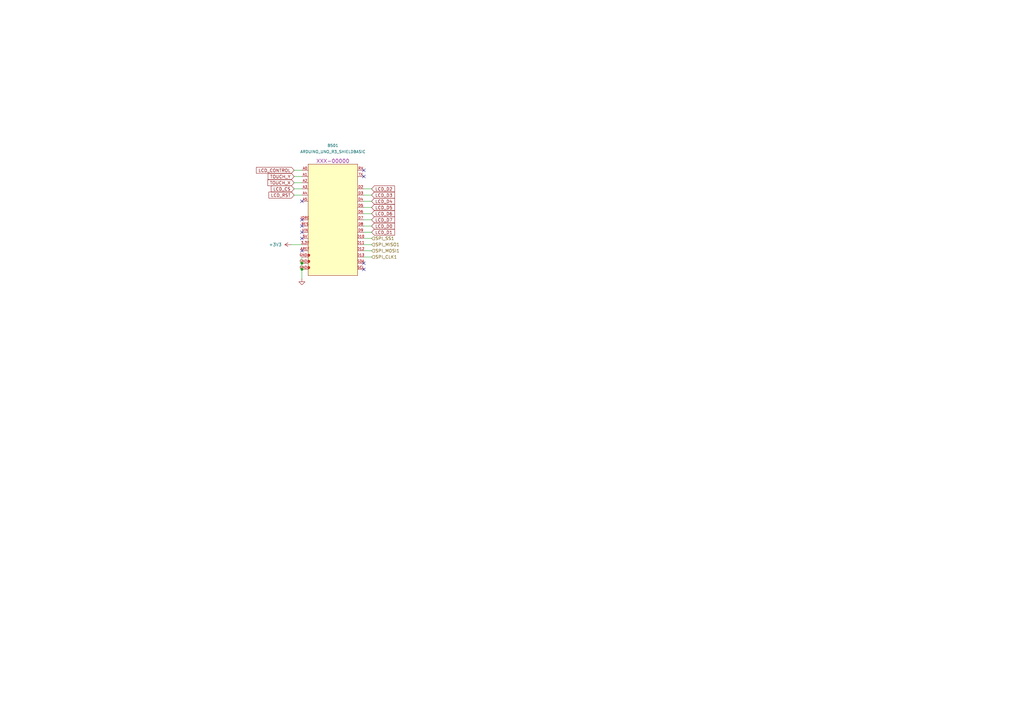
<source format=kicad_sch>
(kicad_sch (version 20211123) (generator eeschema)
  (paper "A3")
  (lib_symbols
    (symbol "SparkFun-Boards:ARDUINO_UNO_R3_SHIELDBASIC" (pin_names (offset 1.016) hide)
      (property "Reference" "B" (at -10.16 21.59 0))
      (property "Value" "ARDUINO_UNO_R3_SHIELDBASIC" (at -10.16 -27.94 0))
      (property "Field4" "XXX-00000" (at 0 25.4 0))
      (symbol "ARDUINO_UNO_R3_SHIELDBASIC_1_1"
        (polyline (pts (xy -10.16 -25.4) (xy -10.16 20.32) (xy 10.16 20.32) (xy 10.16 -25.4) (xy -10.16 -25.4)) (fill (type background)))
        (pin bidirectional line (at -12.7 -12.7 0) (length 2.54) (name "3.3V") (number "3.3V"))
        (pin bidirectional line (at -12.7 -10.16 0) (length 2.54) (name "5V") (number "5V"))
        (pin bidirectional line (at -12.7 17.78 0) (length 2.54) (name "A0") (number "A0"))
        (pin bidirectional line (at -12.7 15.24 0) (length 2.54) (name "A1") (number "A1"))
        (pin bidirectional line (at -12.7 12.7 0) (length 2.54) (name "A2") (number "A2"))
        (pin bidirectional line (at -12.7 10.16 0) (length 2.54) (name "A3") (number "A3"))
        (pin bidirectional line (at -12.7 7.62 0) (length 2.54) (name "A4") (number "A4"))
        (pin bidirectional line (at -12.7 5.08 0) (length 2.54) (name "A5") (number "A5"))
        (pin bidirectional line (at -12.7 -15.24 0) (length 2.54) (name "AREF") (number "AREF"))
        (pin bidirectional line (at 12.7 -10.16 180) (length 2.54) (name "*D10") (number "D10"))
        (pin bidirectional line (at 12.7 -12.7 180) (length 2.54) (name "*D11") (number "D11"))
        (pin bidirectional line (at 12.7 -15.24 180) (length 2.54) (name "D12") (number "D12"))
        (pin bidirectional line (at 12.7 -17.78 180) (length 2.54) (name "D13") (number "D13"))
        (pin bidirectional line (at 12.7 10.16 180) (length 2.54) (name "D2") (number "D2"))
        (pin bidirectional line (at 12.7 7.62 180) (length 2.54) (name "*D3") (number "D3"))
        (pin bidirectional line (at 12.7 5.08 180) (length 2.54) (name "D4") (number "D4"))
        (pin bidirectional line (at 12.7 2.54 180) (length 2.54) (name "*D5") (number "D5"))
        (pin bidirectional line (at 12.7 0 180) (length 2.54) (name "*D6") (number "D6"))
        (pin bidirectional line (at 12.7 -2.54 180) (length 2.54) (name "D7") (number "D7"))
        (pin bidirectional line (at 12.7 -5.08 180) (length 2.54) (name "D8") (number "D8"))
        (pin bidirectional line (at 12.7 -7.62 180) (length 2.54) (name "*D9") (number "D9"))
        (pin bidirectional line (at -12.7 -22.86 0) (length 2.54) (name "GND") (number "GND@"))
        (pin bidirectional line (at -12.7 -20.32 0) (length 2.54) (name "GND") (number "GND@"))
        (pin bidirectional line (at -12.7 -17.78 0) (length 2.54) (name "GND") (number "GND@"))
        (pin bidirectional line (at -12.7 -2.54 0) (length 2.54) (name "IOREF") (number "IORE"))
        (pin bidirectional line (at -12.7 -5.08 0) (length 2.54) (name "RES") (number "RES"))
        (pin bidirectional line (at 12.7 17.78 180) (length 2.54) (name "RX") (number "RX"))
        (pin bidirectional line (at 12.7 -22.86 180) (length 2.54) (name "SCL") (number "SCL"))
        (pin bidirectional line (at 12.7 -20.32 180) (length 2.54) (name "SDA") (number "SDA"))
        (pin bidirectional line (at 12.7 15.24 180) (length 2.54) (name "TX") (number "TX"))
        (pin bidirectional line (at -12.7 -7.62 0) (length 2.54) (name "VIN") (number "VIN"))
      )
    )
    (symbol "power:+3.3V" (power) (pin_names (offset 0))
      (property "Value" "+3.3V" (at 0 3.556 0))
      (symbol "+3.3V_0_1"
        (polyline (pts (xy -0.762 1.27) (xy 0 2.54)))
        (polyline (pts (xy 0 0) (xy 0 2.54)))
        (polyline (pts (xy 0 2.54) (xy 0.762 1.27)))
      )
      (symbol "+3.3V_1_1"
        (pin power_in line (at 0 0 90) (length 0) hide (name "+3V3") (number "1"))
      )
    )
    (symbol "power:GND" (power) (pin_names (offset 0))
      (property "Value" "GND" (at 0 -3.81 0))
      (symbol "GND_0_1"
        (polyline (pts (xy 0 0) (xy 0 -1.27) (xy 1.27 -1.27) (xy 0 -2.54) (xy -1.27 -1.27) (xy 0 -1.27)))
      )
      (symbol "GND_1_1"
        (pin power_in line (at 0 0 270) (length 0) hide (name "GND") (number "1"))
      )
    )
  )
  (junction (at 123.825 110.49))
  (junction (at 123.825 107.95))
  (no_connect (at 123.825 95.25))
  (no_connect (at 123.825 97.79))
  (no_connect (at 123.825 102.87))
  (no_connect (at 149.225 107.95))
  (no_connect (at 149.225 110.49))
  (no_connect (at 123.825 82.55))
  (no_connect (at 149.225 69.85))
  (no_connect (at 149.225 72.39))
  (no_connect (at 123.825 90.17))
  (no_connect (at 123.825 92.71))
  (wire (pts (xy 149.225 82.55) (xy 152.4 82.55)))
  (wire (pts (xy 149.225 90.17) (xy 152.4 90.17)))
  (wire (pts (xy 120.65 69.85) (xy 123.825 69.85)))
  (wire (pts (xy 149.225 80.01) (xy 152.4 80.01)))
  (wire (pts (xy 120.65 77.47) (xy 123.825 77.47)))
  (wire (pts (xy 123.825 105.41) (xy 123.825 107.95)))
  (wire (pts (xy 123.825 107.95) (xy 123.825 110.49)))
  (wire (pts (xy 120.65 80.01) (xy 123.825 80.01)))
  (wire (pts (xy 120.65 72.39) (xy 123.825 72.39)))
  (wire (pts (xy 149.225 92.71) (xy 152.4 92.71)))
  (wire (pts (xy 119.38 100.33) (xy 123.825 100.33)))
  (wire (pts (xy 149.225 77.47) (xy 152.4 77.47)))
  (wire (pts (xy 120.65 74.93) (xy 123.825 74.93)))
  (wire (pts (xy 149.225 85.09) (xy 152.4 85.09)))
  (wire (pts (xy 149.225 87.63) (xy 152.4 87.63)))
  (wire (pts (xy 123.825 110.49) (xy 123.825 114.3)))
  (wire (pts (xy 149.225 95.25) (xy 152.4 95.25)))
  (wire (pts (xy 149.225 100.33) (xy 152.4 100.33)))
  (wire (pts (xy 149.225 97.79) (xy 152.4 97.79)))
  (wire (pts (xy 149.225 102.87) (xy 152.4 102.87)))
  (wire (pts (xy 149.225 105.41) (xy 152.4 105.41)))
  (global_label "LCD_CONTROL" (shape input) (at 120.65 69.85 180) (property "Intersheet References" "${INTERSHEET_REFS}" (effects hide)))
  (global_label "LCD_D3" (shape input) (at 152.4 80.01 0) (property "Intersheet References" "${INTERSHEET_REFS}" (effects hide)))
  (global_label "TOUCH_X" (shape input) (at 120.65 74.93 180) (property "Intersheet References" "${INTERSHEET_REFS}" (effects hide)))
  (global_label "LCD_RST" (shape input) (at 120.65 80.01 180) (property "Intersheet References" "${INTERSHEET_REFS}" (effects hide)))
  (global_label "LCD_D4" (shape input) (at 152.4 82.55 0) (property "Intersheet References" "${INTERSHEET_REFS}" (effects hide)))
  (global_label "LCD_D5" (shape input) (at 152.4 85.09 0) (property "Intersheet References" "${INTERSHEET_REFS}" (effects hide)))
  (global_label "LCD_D2" (shape input) (at 152.4 77.47 0) (property "Intersheet References" "${INTERSHEET_REFS}" (effects hide)))
  (global_label "TOUCH_Y" (shape input) (at 120.65 72.39 180) (property "Intersheet References" "${INTERSHEET_REFS}" (effects hide)))
  (global_label "LCD_D6" (shape input) (at 152.4 87.63 0) (property "Intersheet References" "${INTERSHEET_REFS}" (effects hide)))
  (global_label "LCD_D1" (shape input) (at 152.4 95.25 0) (property "Intersheet References" "${INTERSHEET_REFS}" (effects hide)))
  (global_label "LCD_D7" (shape input) (at 152.4 90.17 0) (property "Intersheet References" "${INTERSHEET_REFS}" (effects hide)))
  (global_label "LCD_CS" (shape input) (at 120.65 77.47 180) (property "Intersheet References" "${INTERSHEET_REFS}" (effects hide)))
  (global_label "LCD_D0" (shape input) (at 152.4 92.71 0) (property "Intersheet References" "${INTERSHEET_REFS}" (effects hide)))
  (hierarchical_label "SPI_CLK1" (shape input) (at 152.4 105.41 0))
  (hierarchical_label "SPI_MISO1" (shape input) (at 152.4 100.33 0))
  (hierarchical_label "SPI_SS1" (shape input) (at 152.4 97.79 0))
  (hierarchical_label "SPI_MOSI1" (shape input) (at 152.4 102.87 0))
  (symbol (lib_id "power:GND") (at 123.825 114.3 0) (mirror y) (unit 1)
    (property "Reference" "#PWR0502" (effects hide))
    (property "Value" "GND" (effects hide))
  )
  (symbol (lib_id "SparkFun-Boards:ARDUINO_UNO_R3_SHIELDBASIC") (at 136.525 87.63 0) (unit 1)
    (property "Reference" "B501" (at 136.525 59.69 0) (effects (font (size 1.143 1.143))))
    (property "Value" "ARDUINO_UNO_R3_SHIELDBASIC" (at 136.525 62.23 0) (effects (font (size 1.143 1.143))))
    (property "Footprint" "UNO_R3_SHIELD" (effects hide))
    (property "Field4" "XXX-00000" (at 136.525 66.04 0) (effects (font (size 1.524 1.524))))
  )
  (symbol (lib_id "power:+3.3V") (at 119.38 100.33 90) (mirror x) (unit 1)
    (property "Reference" "#PWR0501" (effects hide))
    (property "Value" "+3.3V" (at 115.57 100.3299 90) (effects (justify left)))
  )
)
</source>
